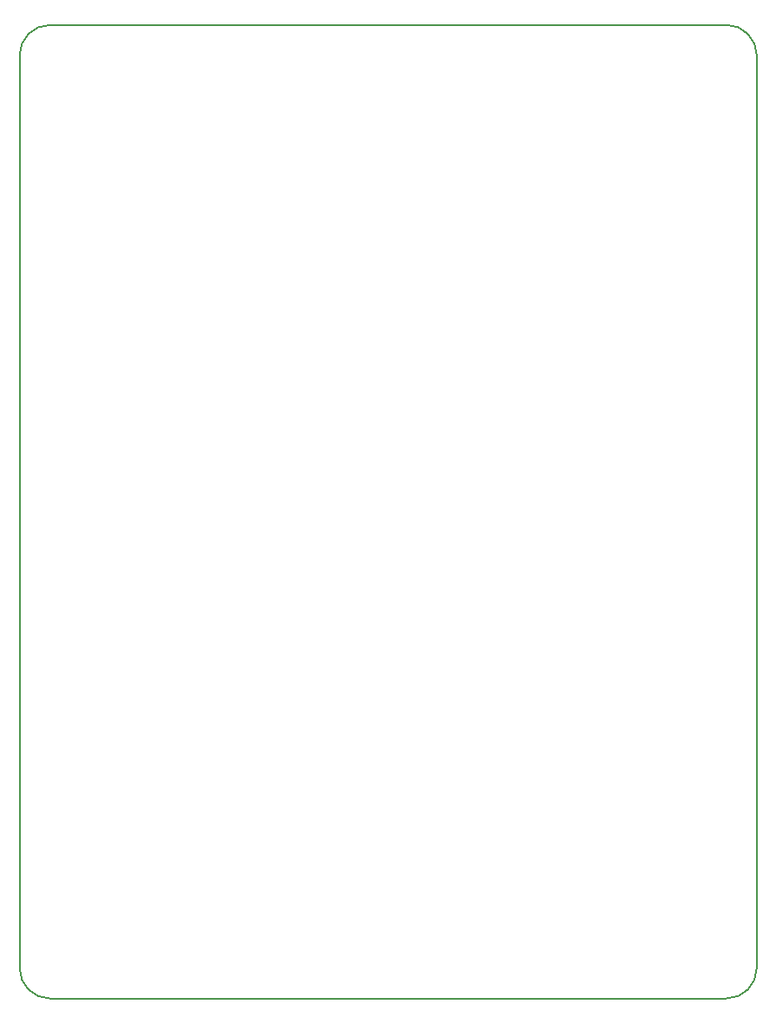
<source format=gm1>
G04 #@! TF.GenerationSoftware,KiCad,Pcbnew,(5.0.2)-1*
G04 #@! TF.CreationDate,2019-03-08T18:58:42+09:00*
G04 #@! TF.ProjectId,spindleMD_v2,7370696e-646c-4654-9d44-5f76322e6b69,rev?*
G04 #@! TF.SameCoordinates,Original*
G04 #@! TF.FileFunction,Profile,NP*
%FSLAX46Y46*%
G04 Gerber Fmt 4.6, Leading zero omitted, Abs format (unit mm)*
G04 Created by KiCad (PCBNEW (5.0.2)-1) date 2019/03/08 18:58:42*
%MOMM*%
%LPD*%
G01*
G04 APERTURE LIST*
%ADD10C,0.200000*%
%ADD11C,0.150000*%
G04 APERTURE END LIST*
D10*
X67000000Y-147500000D02*
G75*
G02X64000000Y-144500000I0J3000000D01*
G01*
X136000000Y-144500000D02*
G75*
G02X133000000Y-147500000I-3000000J0D01*
G01*
X133000000Y-52500000D02*
G75*
G02X136000000Y-55500000I0J-3000000D01*
G01*
X64000000Y-55500000D02*
G75*
G02X67000000Y-52500000I3000000J0D01*
G01*
D11*
X133000000Y-52500000D02*
X67000000Y-52500000D01*
X136000000Y-144500000D02*
X136000000Y-55500000D01*
X67000000Y-147500000D02*
X133000000Y-147500000D01*
X64000000Y-55500000D02*
X64000000Y-144500000D01*
M02*

</source>
